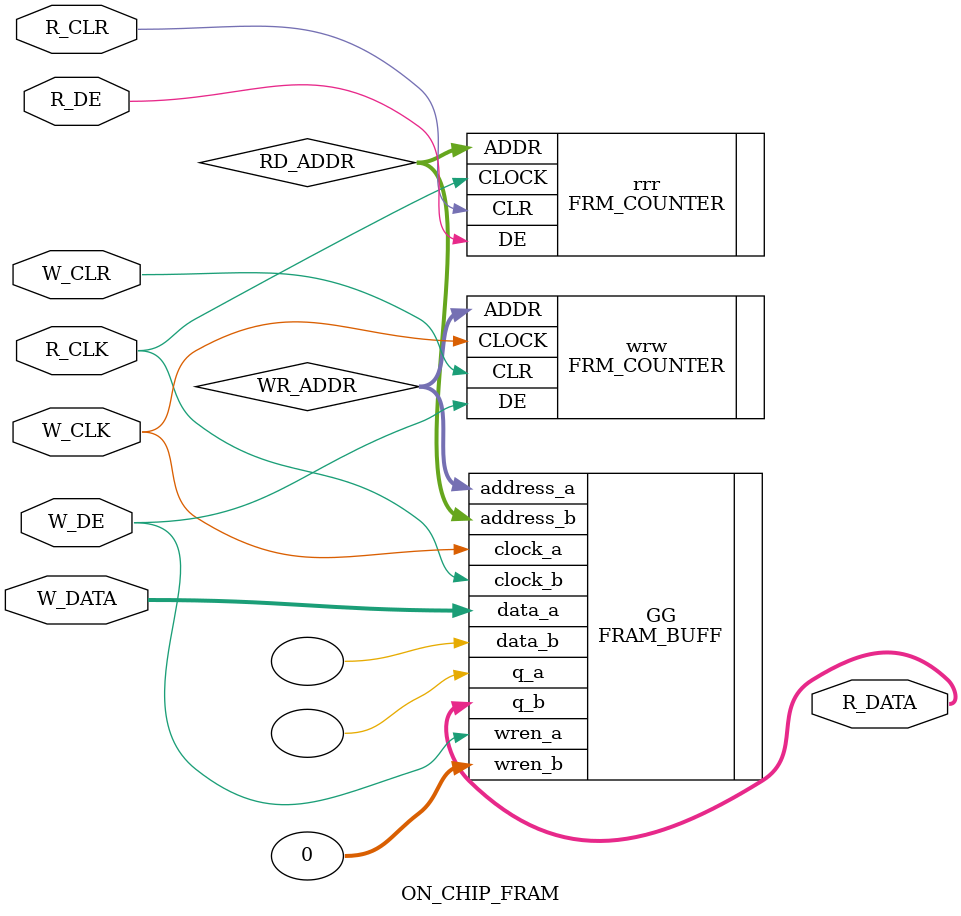
<source format=v>
module ON_CHIP_FRAM  ( 
    input         W_CLK ,  
    input         R_CLK ,  
    input         W_DE   ,  
    input  [9:0]  W_DATA , 
    output [9:0]  R_DATA , 
    input         W_CLR , 
    input         R_CLR ,  
    input         R_DE

 ); 

wire [19:0]WR_ADDR;
wire [19:0]RD_ADDR;
 
//--read /write address  counter 
FRM_COUNTER wrw(.CLOCK( W_CLK),.CLR( W_CLR ),.DE( W_DE ),.ADDR( WR_ADDR)  );
FRM_COUNTER rrr(.CLOCK( R_CLK),.CLR( R_CLR ),.DE( R_DE ),.ADDR( RD_ADDR)  );

FRAM_BUFF  GG(
	                  .address_a ( WR_ADDR[19:0]     ),
	                  .address_b ( RD_ADDR[19:0]     ),
	                  .data_a    ( W_DATA [9:0] ),
	                  .data_b    ( ),
	                  .clock_a   ( W_CLK ),
	                  .clock_b   ( R_CLK ),
	                  .wren_a    ( W_DE ),
	                  .wren_b    ( 0  ),
	                  .q_a       ( ),
	                  .q_b       ( R_DATA ),	
	);
	
	
endmodule 	
</source>
